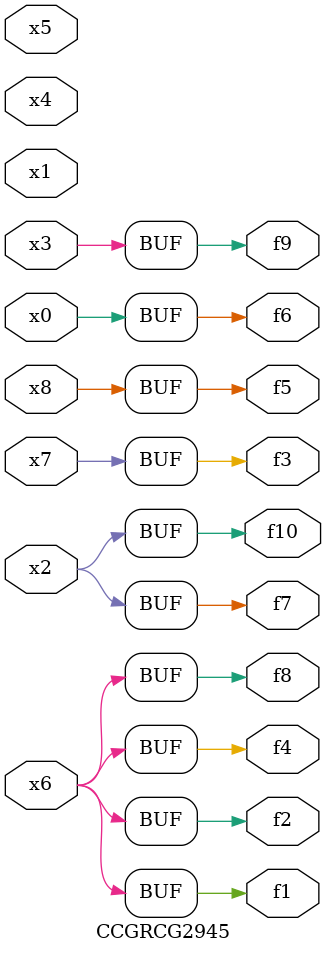
<source format=v>
module CCGRCG2945(
	input x0, x1, x2, x3, x4, x5, x6, x7, x8,
	output f1, f2, f3, f4, f5, f6, f7, f8, f9, f10
);
	assign f1 = x6;
	assign f2 = x6;
	assign f3 = x7;
	assign f4 = x6;
	assign f5 = x8;
	assign f6 = x0;
	assign f7 = x2;
	assign f8 = x6;
	assign f9 = x3;
	assign f10 = x2;
endmodule

</source>
